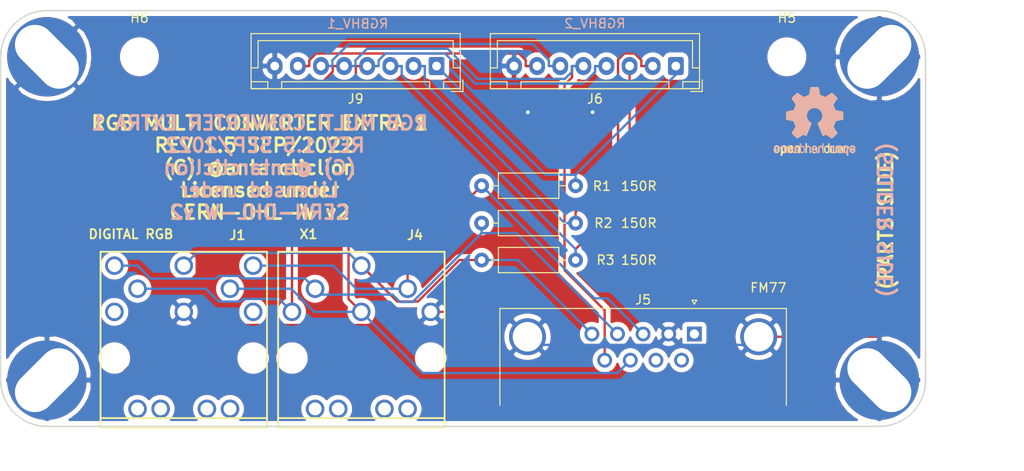
<source format=kicad_pcb>
(kicad_pcb (version 20171130) (host pcbnew "(5.1.6)-1")
  (layers (0 F.Cu signal) (31 B.Cu signal) (34 B.Paste user) (35 F.Paste user) (36 B.SilkS user) (37 F.SilkS user) (38 B.Mask user) (39 F.Mask user) (44 Edge.Cuts user))
  (net 0 "")
  (net 1 GND)
  (net 2 VSYNC)
  (net 3 HSYNC)
  (net 4 B)
  (net 5 G)
  (net 6 R)
  (net 7 AUDIO_R)
  (net 8 AUDIO_L)
  (net 9 DIGITAL_R)
  (net 10 DIGITAL_B)
  (net 11 DIGITAL_G)
  (module Symbol:OSHW-Logo2_9.8x8mm_SilkScreen (layer B.Cu) (at 138 129 180)
    (fp_text reference LOGO1 hide)
    (fp_text value OSHW-Logo2_9.8x8mm_SilkScreen hide)
  )
  (module Symbol:OSHW-Logo2_9.8x8mm_SilkScreen (layer F.Cu) (at 138 129)
    (fp_text reference LOGO1 hide)
    (fp_text value OSHW-Logo2_9.8x8mm_SilkScreen hide)
  )
  (module Resistor_THT:R_Axial_DIN0207_L6.3mm_D2.5mm_P10.16mm_Horizontal (layer F.Cu) (at 102 144)
    (fp_text reference R3 (at 13.4 0) (layer F.SilkS))
    (fp_text value 150R (at 17 0) (layer F.SilkS))
    (pad 2 thru_hole oval (at 10.16 0) (size 1.6 1.6) (drill 0.8) (layers *.Cu *.Mask) (net 4 B))
    (pad 1 thru_hole circle (at 0 0) (size 1.6 1.6) (drill 0.8) (layers *.Cu *.Mask) (net 10 DIGITAL_B))
  )
  (module Resistor_THT:R_Axial_DIN0207_L6.3mm_D2.5mm_P10.16mm_Horizontal (layer F.Cu) (at 102 140)
    (fp_text reference R2 (at 13.16 0) (layer F.SilkS))
    (fp_text value 150R (at 17 0) (layer F.SilkS))
    (pad 2 thru_hole oval (at 10.16 0) (size 1.6 1.6) (drill 0.8) (layers *.Cu *.Mask) (net 5 G))
    (pad 1 thru_hole circle (at 0 0) (size 1.6 1.6) (drill 0.8) (layers *.Cu *.Mask) (net 11 DIGITAL_G))
  )
  (module Resistor_THT:R_Axial_DIN0207_L6.3mm_D2.5mm_P10.16mm_Horizontal (layer F.Cu) (at 102 135.95)
    (fp_text reference R1 (at 13 0.05) (layer F.SilkS))
    (fp_text value 150R (at 17 0.05) (layer F.SilkS))
    (pad 2 thru_hole oval (at 10.16 0) (size 1.6 1.6) (drill 0.8) (layers *.Cu *.Mask) (net 6 R))
    (pad 1 thru_hole circle (at 0 0) (size 1.6 1.6) (drill 0.8) (layers *.Cu *.Mask) (net 9 DIGITAL_R))
  )
  (module Connector_JST:JST_XH_B8B-XH-A_1x08_P2.50mm_Vertical (layer F.Cu) (at 123 123 180)
    (fp_text reference J6 (at 8.75 -3.55) (layer F.SilkS))
    (fp_text value RGBHV_2 (at 8.75 4.6) (layer B.SilkS) (effects (justify mirror)))
    (pad 8 thru_hole oval (at 17.5 0 180) (size 1.7 1.95) (drill 0.95) (layers *.Cu *.Mask) (net 1 GND))
    (pad 7 thru_hole oval (at 15 0 180) (size 1.7 1.95) (drill 0.95) (layers *.Cu *.Mask) (net 7 AUDIO_R))
    (pad 6 thru_hole oval (at 12.5 0 180) (size 1.7 1.95) (drill 0.95) (layers *.Cu *.Mask) (net 8 AUDIO_L))
    (pad 5 thru_hole oval (at 10 0 180) (size 1.7 1.95) (drill 0.95) (layers *.Cu *.Mask) (net 2 VSYNC))
    (pad 4 thru_hole oval (at 7.5 0 180) (size 1.7 1.95) (drill 0.95) (layers *.Cu *.Mask) (net 3 HSYNC))
    (pad 3 thru_hole oval (at 5 0 180) (size 1.7 1.95) (drill 0.95) (layers *.Cu *.Mask) (net 4 B))
    (pad 2 thru_hole oval (at 2.5 0 180) (size 1.7 1.95) (drill 0.95) (layers *.Cu *.Mask) (net 5 G))
    (pad 1 thru_hole roundrect (at 0 0 180) (size 1.7 1.95) (drill 0.95) (layers *.Cu *.Mask) (roundrect_rratio 0.147059) (net 6 R))
  )
  (module Connector_Dsub:DSUB-9_Female_Horizontal_P2.77x2.84mm_EdgePinOffset4.94mm_Housed_MountingHolesOffset7.48mm (layer F.Cu) (at 125 152)
    (fp_text reference J5 (at -5.54 -3.7) (layer F.SilkS))
    (fp_text value FM77 (at 8 -5) (layer F.SilkS))
    (pad 0 thru_hole circle (at 6.96 0.3) (size 4 4) (drill 3.2) (layers *.Cu *.Mask) (net 1 GND))
    (pad 0 thru_hole circle (at -18.04 0.3) (size 4 4) (drill 3.2) (layers *.Cu *.Mask) (net 1 GND))
    (pad 9 thru_hole circle (at -9.695 2.84) (size 1.6 1.6) (drill 1) (layers *.Cu *.Mask) (net 2 VSYNC))
    (pad 8 thru_hole circle (at -6.925 2.84) (size 1.6 1.6) (drill 1) (layers *.Cu *.Mask) (net 3 HSYNC))
    (pad 7 thru_hole circle (at -4.155 2.84) (size 1.6 1.6) (drill 1) (layers *.Cu *.Mask))
    (pad 6 thru_hole circle (at -1.385 2.84) (size 1.6 1.6) (drill 1) (layers *.Cu *.Mask))
    (pad 5 thru_hole circle (at -11.08 0) (size 1.6 1.6) (drill 1) (layers *.Cu *.Mask) (net 10 DIGITAL_B))
    (pad 4 thru_hole circle (at -8.31 0) (size 1.6 1.6) (drill 1) (layers *.Cu *.Mask) (net 11 DIGITAL_G))
    (pad 3 thru_hole circle (at -5.54 0) (size 1.6 1.6) (drill 1) (layers *.Cu *.Mask) (net 9 DIGITAL_R))
    (pad 2 thru_hole circle (at -2.77 0) (size 1.6 1.6) (drill 1) (layers *.Cu *.Mask) (net 1 GND))
    (pad 1 thru_hole rect (at 0 0) (size 1.6 1.6) (drill 1) (layers *.Cu *.Mask))
  )
  (module ryuk_lib:DIN_6_PCB (layer F.Cu) (at 88.995 152.105)
    (fp_text reference J4 (at 5.8 -10.8) (layer F.SilkS) (effects (font (thickness 0.2))))
    (fp_text value X1 (at -5.715 -10.905) (layer F.SilkS) (effects (font (thickness 0.2))))
    (pad "" np_thru_hole circle (at 7.5 2.5) (size 2.4 2.4) (drill 2.4) (layers *.Cu *.Mask))
    (pad "" np_thru_hole circle (at -7.5 2.5) (size 2.4 2.4) (drill 2.4) (layers *.Cu *.Mask))
    (pad 0 thru_hole circle (at 2.5 8) (size 2 2) (drill 1.4) (layers *.Cu *.Mask))
    (pad 0 thru_hole circle (at -2.5 8) (size 2 2) (drill 1.4) (layers *.Cu *.Mask))
    (pad 0 thru_hole circle (at 5 8) (size 2 2) (drill 1.4) (layers *.Cu *.Mask))
    (pad 0 thru_hole circle (at -5 8) (size 2 2) (drill 1.4) (layers *.Cu *.Mask))
    (pad 1 thru_hole circle (at 7.5 -2.5) (size 2 2) (drill 1.4) (layers *.Cu *.Mask) (net 1 GND))
    (pad 2 thru_hole circle (at 5 -5) (size 2 2) (drill 1.4) (layers *.Cu *.Mask) (net 9 DIGITAL_R))
    (pad 3 thru_hole circle (at 0 -2.5) (size 2 2) (drill 1.4) (layers *.Cu *.Mask) (net 3 HSYNC))
    (pad 5 thru_hole circle (at -7.5 -2.5) (size 2 2) (drill 1.4) (layers *.Cu *.Mask) (net 2 VSYNC))
    (pad 4 thru_hole circle (at -5 -5) (size 2 2) (drill 1.4) (layers *.Cu *.Mask) (net 11 DIGITAL_G))
    (pad 6 thru_hole circle (at 0 -7.5) (size 2 2) (drill 1.4) (layers *.Cu *.Mask) (net 10 DIGITAL_B))
  )
  (module "ryuk_lib:DIN 8 PCB" (layer F.Cu) (at 69.795 152.105)
    (fp_text reference J1 (at 5.8 -10.8) (layer F.SilkS) (effects (font (thickness 0.2))))
    (fp_text value "DIGITAL RGB" (at -5.715 -10.905) (layer F.SilkS) (effects (font (thickness 0.2))))
    (pad 6 thru_hole circle (at 7.5 -7.5) (size 2 2) (drill 1.4) (layers *.Cu *.Mask) (net 9 DIGITAL_R))
    (pad 8 thru_hole circle (at 0 -7.5) (size 2 2) (drill 1.4) (layers *.Cu *.Mask) (net 10 DIGITAL_B))
    (pad 7 thru_hole circle (at -7.5 -7.5) (size 2 2) (drill 1.4) (layers *.Cu *.Mask) (net 11 DIGITAL_G))
    (pad 5 thru_hole circle (at -5 -5) (size 2 2) (drill 1.4) (layers *.Cu *.Mask) (net 2 VSYNC))
    (pad 3 thru_hole circle (at -7.5 -2.5) (size 2 2) (drill 1.4) (layers *.Cu *.Mask))
    (pad 2 thru_hole circle (at 0 -2.5) (size 2 2) (drill 1.4) (layers *.Cu *.Mask) (net 1 GND))
    (pad 4 thru_hole circle (at 5 -5) (size 2 2) (drill 1.4) (layers *.Cu *.Mask) (net 3 HSYNC))
    (pad 1 thru_hole circle (at 7.5 -2.5) (size 2 2) (drill 1.4) (layers *.Cu *.Mask))
    (pad 0 thru_hole circle (at -5 8) (size 2 2) (drill 1.4) (layers *.Cu *.Mask))
    (pad 0 thru_hole circle (at 5 8) (size 2 2) (drill 1.4) (layers *.Cu *.Mask))
    (pad 0 thru_hole circle (at -2.5 8) (size 2 2) (drill 1.4) (layers *.Cu *.Mask))
    (pad 0 thru_hole circle (at 2.5 8) (size 2 2) (drill 1.4) (layers *.Cu *.Mask))
    (pad "" np_thru_hole circle (at -7.5 2.5) (size 2.4 2.4) (drill 2.4) (layers *.Cu *.Mask))
    (pad "" np_thru_hole circle (at 7.5 2.5) (size 2.4 2.4) (drill 2.4) (layers *.Cu *.Mask))
  )
  (module MountingHole:MountingHole_3.2mm_M3 (layer F.Cu) (at 135 122)
    (fp_text reference H5 (at 0 -4.2) (layer F.SilkS))
    (fp_text value M3)
    (pad 1 np_thru_hole circle (at 0 0) (size 3.2 3.2) (drill 3.2) (layers *.Cu *.Mask))
  )
  (module MountingHole:MountingHole_3.2mm_M3 (layer F.Cu) (at 65 122)
    (fp_text reference H6 (at 0 -4.2) (layer F.SilkS))
    (fp_text value M3)
    (pad 1 np_thru_hole circle (at 0 0) (size 3.2 3.2) (drill 3.2) (layers *.Cu *.Mask))
  )
  (module MountingHole:MountingHole_4.3mm_M4_Pad (layer F.Cu) (at 55 122)
    (fp_text reference H2)
    (fp_text value M4)
    (pad 1 thru_hole oval (at 0 0 45) (size 8.6 8.6) (drill oval 4.3 8) (layers *.Cu *.Mask) (net 1 GND))
  )
  (module MountingHole:MountingHole_4.3mm_M4_Pad (layer F.Cu) (at 145 122)
    (fp_text reference H4)
    (fp_text value M4)
    (pad 1 thru_hole circle (at 0 0 135) (size 8.6 8.6) (drill oval 4.3 8) (layers *.Cu *.Mask) (net 1 GND))
  )
  (module MountingHole:MountingHole_4.3mm_M4_Pad (layer F.Cu) (at 55 157)
    (fp_text reference H3)
    (fp_text value M4)
    (pad 1 thru_hole circle (at 0 0 135) (size 8.6 8.6) (drill oval 4.3 8) (layers *.Cu *.Mask) (net 1 GND))
  )
  (module MountingHole:MountingHole_4.3mm_M4_Pad (layer F.Cu) (at 145 157)
    (fp_text reference H1)
    (fp_text value M4)
    (pad 1 thru_hole circle (at 0 0 45) (size 8.6 8.6) (drill oval 4.3 8) (layers *.Cu *.Mask) (net 1 GND))
  )
  (module Connector_JST:JST_XH_B8B-XH-A_1x08_P2.50mm_Vertical (layer F.Cu) (at 97.13 123 180)
    (fp_text reference J9 (at 8.75 -3.55) (layer F.SilkS))
    (fp_text value RGBHV_1 (at 8.53 4.58) (layer B.SilkS) (effects (justify mirror)))
    (pad 8 thru_hole oval (at 17.5 0 180) (size 1.7 1.95) (drill 0.95) (layers *.Cu *.Mask) (net 1 GND))
    (pad 7 thru_hole oval (at 15 0 180) (size 1.7 1.95) (drill 0.95) (layers *.Cu *.Mask) (net 7 AUDIO_R))
    (pad 6 thru_hole oval (at 12.5 0 180) (size 1.7 1.95) (drill 0.95) (layers *.Cu *.Mask) (net 8 AUDIO_L))
    (pad 5 thru_hole oval (at 10 0 180) (size 1.7 1.95) (drill 0.95) (layers *.Cu *.Mask) (net 2 VSYNC))
    (pad 4 thru_hole oval (at 7.5 0 180) (size 1.7 1.95) (drill 0.95) (layers *.Cu *.Mask) (net 3 HSYNC))
    (pad 3 thru_hole oval (at 5 0 180) (size 1.7 1.95) (drill 0.95) (layers *.Cu *.Mask) (net 4 B))
    (pad 2 thru_hole oval (at 2.5 0 180) (size 1.7 1.95) (drill 0.95) (layers *.Cu *.Mask) (net 5 G))
    (pad 1 thru_hole roundrect (at 0 0 180) (size 1.7 1.95) (drill 0.95) (layers *.Cu *.Mask) (roundrect_rratio 0.147059) (net 6 R))
  )
  (gr_line (start 150 157) (end 150 122) (layer Edge.Cuts) (width 0.15))
  (gr_line (start 50 122) (end 50 157) (layer Edge.Cuts) (width 0.15))
  (gr_arc (start 55 122) (end 55 117) (angle -90) (layer Edge.Cuts) (width 0.15))
  (gr_arc (start 145 122) (end 150 122) (angle -90) (layer Edge.Cuts) (width 0.15))
  (gr_arc (start 145 157) (end 145 162) (angle -90) (layer Edge.Cuts) (width 0.15))
  (gr_line (start 145 117) (end 55 117) (layer Edge.Cuts) (width 0.15))
  (gr_line (start 55 162) (end 145 162) (layer Edge.Cuts) (width 0.15))
  (gr_arc (start 55 157) (end 50 157) (angle -90) (layer Edge.Cuts) (width 0.15))
  (gr_text "(PARTS SIDE)" (at 145.7 139.7 90) (layer F.SilkS) (effects (font (size 1.5 1.5) (thickness 0.3))))
  (gr_text "(SOLDER SIDE)" (at 145.67 139.65 90) (layer B.SilkS) (effects (font (size 1.5 1.5) (thickness 0.3)) (justify mirror)))
  (gr_text "RGB MULTI CONVERTER EXTRA 1\nREV 1.5 SEP/2022 \n(C) @antarcticlion\nLicensed under\nCERN-OHL-W v2" (at 78 134) (layer B.SilkS) (effects (font (size 1.5 1.5) (thickness 0.3)) (justify mirror)))
  (gr_text "RGB MULTI CONVERTER EXTRA 1\nREV 1.5 SEP/2022 \n(C) @antarcticlion\nLicensed under\nCERN-OHL-W v2" (at 78 134) (layer F.SilkS) (effects (font (size 1.5 1.5) (thickness 0.3))))
  (segment (start 96.495 149.605) (end 95.07 151.03) (width 0.254) (layer F.Cu) (net 1))
  (segment (start 95.07 151.03) (end 74.0184 151.03) (width 0.254) (layer F.Cu) (net 1))
  (segment (start 74.0184 151.03) (end 71.1942 148.2058) (width 0.254) (layer F.Cu) (net 1))
  (segment (start 104.9436 149.605) (end 96.495 149.605) (width 0.254) (layer F.Cu) (net 1))
  (segment (start 71.1942 148.2058) (end 71.1942 125.3101) (width 0.254) (layer F.Cu) (net 1))
  (segment (start 69.795 149.605) (end 71.1942 148.2058) (width 0.254) (layer F.Cu) (net 1))
  (segment (start 71.1942 125.3101) (end 58.3102 125.3101) (width 0.254) (layer F.Cu) (net 1))
  (segment (start 78.3987 123) (end 73.5043 123) (width 0.254) (layer F.Cu) (net 1))
  (segment (start 73.5043 123) (end 71.1942 125.3101) (width 0.254) (layer F.Cu) (net 1))
  (segment (start 145 152.3) (end 145 157) (width 0.254) (layer F.Cu) (net 1))
  (segment (start 145 122) (end 145 152.3) (width 0.254) (layer F.Cu) (net 1))
  (segment (start 145 152.3) (end 131.96 152.3) (width 0.254) (layer F.Cu) (net 1))
  (segment (start 104.9436 149.605) (end 104.9436 124.9127) (width 0.254) (layer F.Cu) (net 1))
  (segment (start 104.9436 124.9127) (end 105.5 124.3563) (width 0.254) (layer F.Cu) (net 1))
  (segment (start 106.96 152.3) (end 104.9436 150.2836) (width 0.254) (layer F.Cu) (net 1))
  (segment (start 104.9436 150.2836) (end 104.9436 149.605) (width 0.254) (layer F.Cu) (net 1))
  (segment (start 105.5 123) (end 105.5 124.3563) (width 0.254) (layer F.Cu) (net 1))
  (segment (start 55 157) (end 62.4 157) (width 0.254) (layer F.Cu) (net 1))
  (segment (start 62.4 157) (end 69.795 149.605) (width 0.254) (layer F.Cu) (net 1))
  (segment (start 79.63 123) (end 78.3987 123) (width 0.254) (layer F.Cu) (net 1))
  (segment (start 55 122) (end 58.3102 125.3101) (width 0.254) (layer F.Cu) (net 1))
  (segment (start 131.96 152.3) (end 131.0786 153.1814) (width 0.254) (layer B.Cu) (net 1))
  (segment (start 131.0786 153.1814) (end 123.4114 153.1814) (width 0.254) (layer B.Cu) (net 1))
  (segment (start 123.4114 153.1814) (end 122.23 152) (width 0.254) (layer B.Cu) (net 1))
  (segment (start 106.96 152.3) (end 107.8414 153.1814) (width 0.254) (layer B.Cu) (net 1))
  (segment (start 107.8414 153.1814) (end 121.0486 153.1814) (width 0.254) (layer B.Cu) (net 1))
  (segment (start 121.0486 153.1814) (end 122.23 152) (width 0.254) (layer B.Cu) (net 1))
  (via (at 107 128) (size 0.8) (drill 0.4) (layers F.Cu B.Cu) (net 1))
  (via (at 114 128) (size 0.8) (drill 0.4) (layers F.Cu B.Cu) (net 1))
  (segment (start 113 123) (end 111.7687 123) (width 0.254) (layer F.Cu) (net 2))
  (segment (start 111.7687 123) (end 111.7687 124.2313) (width 0.254) (layer F.Cu) (net 2))
  (segment (start 111.7687 124.2313) (end 110.9659 125.0341) (width 0.254) (layer F.Cu) (net 2))
  (segment (start 110.9659 125.0341) (end 110.9659 145.1029) (width 0.254) (layer F.Cu) (net 2))
  (segment (start 110.9659 145.1029) (end 115.305 149.442) (width 0.254) (layer F.Cu) (net 2))
  (segment (start 115.305 149.442) (end 115.305 154.84) (width 0.254) (layer F.Cu) (net 2))
  (segment (start 111.7687 123) (end 111.7687 123.6156) (width 0.254) (layer B.Cu) (net 2))
  (segment (start 111.7687 123.6156) (end 110.9934 124.3909) (width 0.254) (layer B.Cu) (net 2))
  (segment (start 110.9934 124.3909) (end 101.5794 124.3909) (width 0.254) (layer B.Cu) (net 2))
  (segment (start 101.5794 124.3909) (end 98.3187 121.1302) (width 0.254) (layer B.Cu) (net 2))
  (segment (start 98.3187 121.1302) (end 89.6155 121.1302) (width 0.254) (layer B.Cu) (net 2))
  (segment (start 89.6155 121.1302) (end 88.3613 122.3844) (width 0.254) (layer B.Cu) (net 2))
  (segment (start 88.3613 122.3844) (end 88.3613 123) (width 0.254) (layer B.Cu) (net 2))
  (segment (start 113 123) (end 111.7687 123) (width 0.254) (layer B.Cu) (net 2))
  (segment (start 87.13 123) (end 88.3613 123) (width 0.254) (layer B.Cu) (net 2))
  (segment (start 81.495 149.605) (end 81.495 128.635) (width 0.254) (layer F.Cu) (net 2))
  (segment (start 81.495 128.635) (end 81.8737 128.2563) (width 0.254) (layer F.Cu) (net 2))
  (segment (start 81.8737 128.2563) (end 81.8737 127.6406) (width 0.254) (layer F.Cu) (net 2))
  (segment (start 81.8737 127.6406) (end 85.8987 123.6156) (width 0.254) (layer F.Cu) (net 2))
  (segment (start 85.8987 123.6156) (end 85.8987 123) (width 0.254) (layer F.Cu) (net 2))
  (segment (start 64.795 147.105) (end 72.1812 147.105) (width 0.254) (layer B.Cu) (net 2))
  (segment (start 72.1812 147.105) (end 73.5696 148.4934) (width 0.254) (layer B.Cu) (net 2))
  (segment (start 73.5696 148.4934) (end 75.9066 148.4934) (width 0.254) (layer B.Cu) (net 2))
  (segment (start 75.9066 148.4934) (end 76.1896 148.2104) (width 0.254) (layer B.Cu) (net 2))
  (segment (start 76.1896 148.2104) (end 80.1004 148.2104) (width 0.254) (layer B.Cu) (net 2))
  (segment (start 80.1004 148.2104) (end 81.495 149.605) (width 0.254) (layer B.Cu) (net 2))
  (segment (start 87.13 123) (end 85.8987 123) (width 0.254) (layer F.Cu) (net 2))
  (segment (start 115.5 123) (end 114.2687 123) (width 0.254) (layer B.Cu) (net 3))
  (segment (start 89.63 123) (end 90.8613 123) (width 0.254) (layer B.Cu) (net 3))
  (segment (start 90.8613 123) (end 90.8613 122.3844) (width 0.254) (layer B.Cu) (net 3))
  (segment (start 90.8613 122.3844) (end 91.6072 121.6385) (width 0.254) (layer B.Cu) (net 3))
  (segment (start 91.6072 121.6385) (end 98.0337 121.6385) (width 0.254) (layer B.Cu) (net 3))
  (segment (start 98.0337 121.6385) (end 101.3025 124.9073) (width 0.254) (layer B.Cu) (net 3))
  (segment (start 101.3025 124.9073) (end 112.9966 124.9073) (width 0.254) (layer B.Cu) (net 3))
  (segment (start 112.9966 124.9073) (end 114.2687 123.6352) (width 0.254) (layer B.Cu) (net 3))
  (segment (start 114.2687 123.6352) (end 114.2687 123) (width 0.254) (layer B.Cu) (net 3))
  (segment (start 88.995 149.605) (end 95.621 156.231) (width 0.254) (layer B.Cu) (net 3))
  (segment (start 95.621 156.231) (end 116.684 156.231) (width 0.254) (layer B.Cu) (net 3))
  (segment (start 116.684 156.231) (end 118.075 154.84) (width 0.254) (layer B.Cu) (net 3))
  (segment (start 74.795 147.105) (end 81.4082 147.105) (width 0.254) (layer B.Cu) (net 3))
  (segment (start 81.4082 147.105) (end 83.9082 149.605) (width 0.254) (layer B.Cu) (net 3))
  (segment (start 83.9082 149.605) (end 88.995 149.605) (width 0.254) (layer B.Cu) (net 3))
  (segment (start 89.63 123) (end 88.3987 123) (width 0.254) (layer F.Cu) (net 3))
  (segment (start 88.995 149.605) (end 87.6106 148.2206) (width 0.254) (layer F.Cu) (net 3))
  (segment (start 87.6106 148.2206) (end 87.6106 125.0194) (width 0.254) (layer F.Cu) (net 3))
  (segment (start 87.6106 125.0194) (end 88.3987 124.2313) (width 0.254) (layer F.Cu) (net 3))
  (segment (start 88.3987 124.2313) (end 88.3987 123) (width 0.254) (layer F.Cu) (net 3))
  (segment (start 112.16 144) (end 112.16 142.8187) (width 0.254) (layer B.Cu) (net 4))
  (segment (start 92.13 123) (end 93.3613 123) (width 0.254) (layer B.Cu) (net 4))
  (segment (start 93.3613 123) (end 93.3613 124.02) (width 0.254) (layer B.Cu) (net 4))
  (segment (start 93.3613 124.02) (end 112.16 142.8187) (width 0.254) (layer B.Cu) (net 4))
  (segment (start 112.16 144) (end 112.16 142.8187) (width 0.254) (layer F.Cu) (net 4))
  (segment (start 118 123) (end 118 136.9787) (width 0.254) (layer F.Cu) (net 4))
  (segment (start 118 136.9787) (end 112.16 142.8187) (width 0.254) (layer F.Cu) (net 4))
  (segment (start 120.5 123) (end 119.2687 123) (width 0.254) (layer F.Cu) (net 5))
  (segment (start 112.16 140) (end 112.16 138.8187) (width 0.254) (layer F.Cu) (net 5))
  (segment (start 112.16 138.8187) (end 116.75 134.2287) (width 0.254) (layer F.Cu) (net 5))
  (segment (start 116.75 134.2287) (end 116.75 122.3172) (width 0.254) (layer F.Cu) (net 5))
  (segment (start 116.75 122.3172) (end 117.4314 121.6358) (width 0.254) (layer F.Cu) (net 5))
  (segment (start 117.4314 121.6358) (end 118.5397 121.6358) (width 0.254) (layer F.Cu) (net 5))
  (segment (start 118.5397 121.6358) (end 119.2687 122.3648) (width 0.254) (layer F.Cu) (net 5))
  (segment (start 119.2687 122.3648) (end 119.2687 123) (width 0.254) (layer F.Cu) (net 5))
  (segment (start 112.16 140) (end 110.9787 140) (width 0.254) (layer B.Cu) (net 5))
  (segment (start 94.63 123) (end 95.8613 123) (width 0.254) (layer B.Cu) (net 5))
  (segment (start 95.8613 123) (end 95.8613 124.8826) (width 0.254) (layer B.Cu) (net 5))
  (segment (start 95.8613 124.8826) (end 110.9787 140) (width 0.254) (layer B.Cu) (net 5))
  (segment (start 97.13 123) (end 108.8987 134.7687) (width 0.254) (layer B.Cu) (net 6))
  (segment (start 108.8987 134.7687) (end 112.16 134.7687) (width 0.254) (layer B.Cu) (net 6))
  (segment (start 112.16 135.95) (end 112.16 134.7687) (width 0.254) (layer B.Cu) (net 6))
  (segment (start 123 123) (end 123 123.9287) (width 0.254) (layer B.Cu) (net 6))
  (segment (start 123 123.9287) (end 112.16 134.7687) (width 0.254) (layer B.Cu) (net 6))
  (segment (start 108 123) (end 106.7687 123) (width 0.254) (layer F.Cu) (net 7))
  (segment (start 82.13 123) (end 83.3613 123) (width 0.254) (layer F.Cu) (net 7))
  (segment (start 83.3613 123) (end 83.3613 122.3844) (width 0.254) (layer F.Cu) (net 7))
  (segment (start 83.3613 122.3844) (end 84.1031 121.6426) (width 0.254) (layer F.Cu) (net 7))
  (segment (start 84.1031 121.6426) (end 106.0465 121.6426) (width 0.254) (layer F.Cu) (net 7))
  (segment (start 106.0465 121.6426) (end 106.7687 122.3648) (width 0.254) (layer F.Cu) (net 7))
  (segment (start 106.7687 122.3648) (end 106.7687 123) (width 0.254) (layer F.Cu) (net 7))
  (segment (start 110.5 123) (end 109.2687 123) (width 0.254) (layer B.Cu) (net 8))
  (segment (start 84.63 123) (end 85.8613 123) (width 0.254) (layer B.Cu) (net 8))
  (segment (start 85.8613 123) (end 85.8613 122.3844) (width 0.254) (layer B.Cu) (net 8))
  (segment (start 85.8613 122.3844) (end 87.6286 120.6171) (width 0.254) (layer B.Cu) (net 8))
  (segment (start 87.6286 120.6171) (end 107.521 120.6171) (width 0.254) (layer B.Cu) (net 8))
  (segment (start 107.521 120.6171) (end 109.2687 122.3648) (width 0.254) (layer B.Cu) (net 8))
  (segment (start 109.2687 122.3648) (end 109.2687 123) (width 0.254) (layer B.Cu) (net 8))
  (segment (start 93.995 147.105) (end 93.995 143.955) (width 0.254) (layer F.Cu) (net 9))
  (segment (start 93.995 143.955) (end 102 135.95) (width 0.254) (layer F.Cu) (net 9))
  (segment (start 119.46 152) (end 115.6011 148.1411) (width 0.254) (layer B.Cu) (net 9))
  (segment (start 115.6011 148.1411) (end 114.1911 148.1411) (width 0.254) (layer B.Cu) (net 9))
  (segment (start 114.1911 148.1411) (end 102 135.95) (width 0.254) (layer B.Cu) (net 9))
  (segment (start 77.295 144.605) (end 85.9486 144.605) (width 0.254) (layer B.Cu) (net 9))
  (segment (start 85.9486 144.605) (end 88.4486 147.105) (width 0.254) (layer B.Cu) (net 9))
  (segment (start 88.4486 147.105) (end 93.995 147.105) (width 0.254) (layer B.Cu) (net 9))
  (segment (start 102 144) (end 105.92 144) (width 0.254) (layer B.Cu) (net 10))
  (segment (start 105.92 144) (end 113.92 152) (width 0.254) (layer B.Cu) (net 10))
  (segment (start 88.995 144.605) (end 92.8771 148.4871) (width 0.254) (layer F.Cu) (net 10))
  (segment (start 92.8771 148.4871) (end 95.1129 148.4871) (width 0.254) (layer F.Cu) (net 10))
  (segment (start 95.1129 148.4871) (end 99.6 144) (width 0.254) (layer F.Cu) (net 10))
  (segment (start 99.6 144) (end 102 144) (width 0.254) (layer F.Cu) (net 10))
  (segment (start 69.795 144.605) (end 71.1779 143.2221) (width 0.254) (layer B.Cu) (net 10))
  (segment (start 71.1779 143.2221) (end 87.6121 143.2221) (width 0.254) (layer B.Cu) (net 10))
  (segment (start 87.6121 143.2221) (end 88.995 144.605) (width 0.254) (layer B.Cu) (net 10))
  (segment (start 102 141.0829) (end 102 140) (width 0.254) (layer B.Cu) (net 11))
  (segment (start 83.995 147.105) (end 84.6287 147.7387) (width 0.254) (layer B.Cu) (net 11))
  (segment (start 84.6287 147.7387) (end 92.3745 147.7387) (width 0.254) (layer B.Cu) (net 11))
  (segment (start 92.3745 147.7387) (end 93.1673 148.5315) (width 0.254) (layer B.Cu) (net 11))
  (segment (start 93.1673 148.5315) (end 94.5514 148.5315) (width 0.254) (layer B.Cu) (net 11))
  (segment (start 94.5514 148.5315) (end 102 141.0829) (width 0.254) (layer B.Cu) (net 11))
  (segment (start 116.69 152) (end 105.7729 141.0829) (width 0.254) (layer B.Cu) (net 11))
  (segment (start 105.7729 141.0829) (end 102 141.0829) (width 0.254) (layer B.Cu) (net 11))
  (segment (start 62.295 144.605) (end 64.795 144.605) (width 0.254) (layer B.Cu) (net 11))
  (segment (start 64.795 144.605) (end 66.194 146.004) (width 0.254) (layer B.Cu) (net 11))
  (segment (start 66.194 146.004) (end 73.2822 146.004) (width 0.254) (layer B.Cu) (net 11))
  (segment (start 73.2822 146.004) (end 73.5696 145.7166) (width 0.254) (layer B.Cu) (net 11))
  (segment (start 73.5696 145.7166) (end 75.9066 145.7166) (width 0.254) (layer B.Cu) (net 11))
  (segment (start 75.9066 145.7166) (end 76.1764 145.9864) (width 0.254) (layer B.Cu) (net 11))
  (segment (start 76.1764 145.9864) (end 82.8764 145.9864) (width 0.254) (layer B.Cu) (net 11))
  (segment (start 82.8764 145.9864) (end 83.995 147.105) (width 0.254) (layer B.Cu) (net 11))
  (zone (net 1) (net_name GND) (layer F.Cu) (connect_pads (clearance 0.508)) (min_thickness 0.254) (fill yes (arc_segments 32) (thermal_gap 0.508) (thermal_bridge_width 0.508))
    (polygon (pts (xy 150 162) (xy 50 162) (xy 50 117) (xy 150 117)))
  )
  (zone (net 1) (net_name GND) (layer B.Cu) (connect_pads (clearance 0.508)) (min_thickness 0.254) (fill yes (arc_segments 32) (thermal_gap 0.508) (thermal_bridge_width 0.508))
    (polygon (pts (xy 150 162) (xy 50 162) (xy 50 117) (xy 150 117)))
  )
)
</source>
